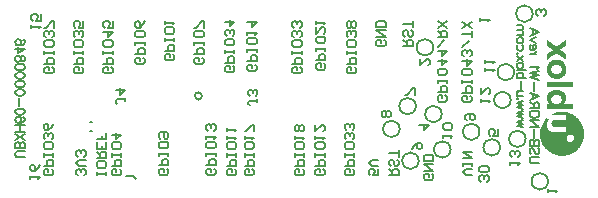
<source format=gbo>
G04*
G04 #@! TF.GenerationSoftware,Altium Limited,Altium Designer,21.6.4 (81)*
G04*
G04 Layer_Color=32896*
%FSLAX44Y44*%
%MOMM*%
G71*
G04*
G04 #@! TF.SameCoordinates,27B0D74A-EB15-4392-BC8F-D98A40C3D817*
G04*
G04*
G04 #@! TF.FilePolarity,Positive*
G04*
G01*
G75*
%ADD10C,0.1270*%
%ADD15C,0.1500*%
G36*
X680586Y288744D02*
X680682Y288680D01*
X680809Y288554D01*
X680999Y288426D01*
X681285Y288204D01*
X681666Y287918D01*
X681730Y287887D01*
X681888Y287760D01*
X682111Y287601D01*
X682460Y287347D01*
X682872Y287061D01*
X683317Y286712D01*
X683857Y286331D01*
X684428Y285918D01*
X684460D01*
X684492Y285855D01*
X684587Y285791D01*
X684714Y285696D01*
X685032Y285474D01*
X685413Y285188D01*
X685857Y284870D01*
X686333Y284521D01*
X686778Y284204D01*
X687222Y283886D01*
X687286Y283855D01*
X687413Y283759D01*
X687571Y283664D01*
X687794Y283537D01*
X687984Y283410D01*
X688175Y283283D01*
X688334Y283220D01*
X688397Y283188D01*
X688429Y283220D01*
X688524Y283283D01*
X688619Y283378D01*
X688746Y283442D01*
X688905Y283569D01*
X689127Y283727D01*
X689159Y283759D01*
X689254Y283823D01*
X689381Y283918D01*
X689572Y284045D01*
X689794Y284204D01*
X690048Y284394D01*
X690651Y284839D01*
X690683Y284870D01*
X690810Y284934D01*
X690969Y285061D01*
X691223Y285220D01*
X691508Y285410D01*
X691826Y285664D01*
X692175Y285918D01*
X692556Y286204D01*
X692588Y286236D01*
X692747Y286331D01*
X692937Y286490D01*
X693159Y286649D01*
X693445Y286871D01*
X693731Y287061D01*
X694017Y287283D01*
X694303Y287474D01*
X694334Y287506D01*
X694398Y287569D01*
X694525Y287633D01*
X694652Y287760D01*
X695001Y288014D01*
X695382Y288268D01*
X695414Y288300D01*
X695445Y288331D01*
X695636Y288458D01*
X695795Y288554D01*
X695858Y288617D01*
X695890D01*
X695922Y288522D01*
Y286331D01*
X695890Y284013D01*
X693604Y282362D01*
X693572Y282330D01*
X693445Y282235D01*
X693255Y282108D01*
X693033Y281950D01*
X692524Y281569D01*
X691985Y281156D01*
X691953Y281124D01*
X691889Y281092D01*
X691667Y280902D01*
X691413Y280711D01*
X691350Y280648D01*
X691318Y280616D01*
X691382Y280521D01*
X691445Y280457D01*
X691572Y280362D01*
X691731Y280235D01*
X691953Y280044D01*
X691985Y280013D01*
X692080Y279949D01*
X692239Y279854D01*
X692429Y279695D01*
X692652Y279536D01*
X692937Y279346D01*
X693255Y279124D01*
X693604Y278870D01*
X695954Y277187D01*
Y273599D01*
X695922Y273028D01*
Y272425D01*
X695890Y272329D01*
Y272297D01*
X695858D01*
X695826Y272329D01*
X695731Y272393D01*
X695604Y272488D01*
X695382Y272647D01*
X695096Y272837D01*
X694715Y273091D01*
X694652Y273123D01*
X694525Y273218D01*
X694271Y273409D01*
X693953Y273631D01*
X693572Y273917D01*
X693128Y274234D01*
X692620Y274583D01*
X692048Y274996D01*
X692017D01*
X691985Y275060D01*
X691794Y275187D01*
X691508Y275409D01*
X691127Y275695D01*
X690715Y275980D01*
X690270Y276298D01*
X689794Y276647D01*
X689350Y276933D01*
X689318Y276965D01*
X689191Y277060D01*
X689000Y277187D01*
X688778Y277346D01*
X688587Y277473D01*
X688397Y277600D01*
X688238Y277695D01*
X688175Y277727D01*
X688143Y277695D01*
X688111Y277663D01*
X688016Y277600D01*
X687889Y277505D01*
X687667Y277346D01*
X687381Y277124D01*
X687000Y276838D01*
X686936Y276806D01*
X686809Y276679D01*
X686555Y276520D01*
X686238Y276298D01*
X685825Y275980D01*
X685349Y275663D01*
X684809Y275282D01*
X684238Y274869D01*
X680460Y271980D01*
X680491Y274361D01*
X680523Y276742D01*
X682841Y278425D01*
X682872Y278457D01*
X682999Y278552D01*
X683190Y278679D01*
X683412Y278838D01*
X683920Y279219D01*
X684460Y279632D01*
X684492Y279664D01*
X684555Y279727D01*
X684682Y279790D01*
X684809Y279918D01*
X684936Y280013D01*
X685063Y280108D01*
X685127Y280172D01*
X685158Y280203D01*
Y280267D01*
X685095Y280299D01*
X685032Y280362D01*
X684904Y280457D01*
X684746Y280616D01*
X684523Y280775D01*
X684492Y280807D01*
X684397Y280870D01*
X684238Y280965D01*
X684047Y281124D01*
X683825Y281315D01*
X683539Y281505D01*
X683222Y281759D01*
X682872Y282013D01*
X680523Y283759D01*
X680491Y286236D01*
Y286839D01*
X680460Y287125D01*
Y288268D01*
X680491Y288395D01*
Y288649D01*
X680523Y288744D01*
Y288776D01*
X680555D01*
X680586Y288744D01*
D02*
G37*
G36*
X689604Y271885D02*
X689889D01*
X690143Y271853D01*
X690175D01*
X690238D01*
X690366Y271821D01*
X690524D01*
X690905Y271758D01*
X691350Y271631D01*
X691382D01*
X691413Y271599D01*
X691508Y271567D01*
X691636Y271535D01*
X691953Y271409D01*
X692334Y271218D01*
X692778Y270964D01*
X693255Y270678D01*
X693731Y270297D01*
X694175Y269884D01*
X694239Y269821D01*
X694366Y269662D01*
X694557Y269408D01*
X694810Y269059D01*
X695096Y268646D01*
X695382Y268106D01*
X695668Y267535D01*
X695922Y266868D01*
Y266836D01*
X695954Y266741D01*
X695985Y266551D01*
X696049Y266297D01*
X696080Y265947D01*
X696112Y265503D01*
X696144Y264932D01*
X696176Y264265D01*
Y263217D01*
X696144Y262741D01*
Y262296D01*
X696112Y261884D01*
X696049Y261502D01*
Y261471D01*
X696017Y261407D01*
X695985Y261312D01*
X695954Y261153D01*
X695890Y260994D01*
X695826Y260772D01*
X695636Y260296D01*
X695350Y259756D01*
X695033Y259185D01*
X694620Y258582D01*
X694144Y258010D01*
X694080Y257946D01*
X693890Y257788D01*
X693604Y257534D01*
X693191Y257248D01*
X692715Y256931D01*
X692112Y256613D01*
X691477Y256327D01*
X690747Y256105D01*
X690715D01*
X690588Y256073D01*
X690366Y256042D01*
X690080Y256010D01*
X689731Y255978D01*
X689286Y255946D01*
X688778Y255914D01*
X688206D01*
X688175D01*
X688143D01*
X687952D01*
X687635D01*
X687286Y255946D01*
X686873D01*
X686460Y256010D01*
X686048Y256042D01*
X685667Y256105D01*
X685635D01*
X685571Y256137D01*
X685476Y256168D01*
X685317Y256200D01*
X685158Y256264D01*
X684936Y256327D01*
X684460Y256518D01*
X683920Y256772D01*
X683349Y257089D01*
X682777Y257470D01*
X682237Y257946D01*
Y257978D01*
X682174Y258010D01*
X682015Y258200D01*
X681793Y258486D01*
X681507Y258899D01*
X681190Y259407D01*
X680872Y260010D01*
X680586Y260709D01*
X680364Y261471D01*
Y261502D01*
X680332Y261630D01*
X680301Y261852D01*
X680237Y262138D01*
X680206Y262487D01*
X680142Y262931D01*
X680110Y263407D01*
Y264519D01*
X680142Y264900D01*
X680174Y265281D01*
X680206Y265693D01*
X680269Y266106D01*
X680364Y266455D01*
Y266487D01*
X680396Y266551D01*
X680428Y266646D01*
X680460Y266805D01*
X680586Y267154D01*
X680745Y267630D01*
X680967Y268138D01*
X681253Y268678D01*
X681602Y269218D01*
X682015Y269726D01*
X682079Y269789D01*
X682237Y269948D01*
X682492Y270170D01*
X682872Y270456D01*
X683317Y270774D01*
X683857Y271091D01*
X684460Y271377D01*
X685158Y271663D01*
X685190D01*
X685254Y271694D01*
X685317Y271726D01*
X685444Y271758D01*
X685762Y271853D01*
X686174Y271885D01*
X686206D01*
X686301D01*
X686429D01*
X686651Y271917D01*
X686936D01*
X687254D01*
X687667D01*
X688143D01*
X688175D01*
X688206D01*
X688365D01*
X688619D01*
X688937D01*
X689604Y271885D01*
D02*
G37*
G36*
X702208Y249152D02*
X691318D01*
X680460D01*
Y253311D01*
X702208D01*
Y249152D01*
D02*
G37*
G36*
X688969Y246326D02*
X689445Y246294D01*
X690016Y246231D01*
X690588Y246136D01*
X691191Y246008D01*
X691794Y245850D01*
X691826D01*
X691858Y245818D01*
X692048Y245755D01*
X692334Y245627D01*
X692715Y245469D01*
X693128Y245278D01*
X693540Y244993D01*
X693985Y244707D01*
X694398Y244357D01*
X694429Y244326D01*
X694557Y244167D01*
X694747Y243976D01*
X694969Y243691D01*
X695191Y243342D01*
X695445Y242960D01*
X695668Y242548D01*
X695858Y242071D01*
X695890Y242008D01*
X695922Y241849D01*
X695985Y241563D01*
X696080Y241214D01*
X696144Y240770D01*
X696208Y240262D01*
Y238865D01*
X696176Y238643D01*
X696144Y238357D01*
X696080Y238039D01*
X696017Y237690D01*
X695922Y237341D01*
X695826Y237023D01*
Y236992D01*
X695763Y236896D01*
X695699Y236737D01*
X695573Y236515D01*
X695445Y236293D01*
X695255Y236007D01*
X695033Y235721D01*
X694779Y235404D01*
X694144Y234737D01*
X702208D01*
Y231721D01*
X702177Y231213D01*
Y231118D01*
X702145Y230896D01*
Y230673D01*
X702113Y230578D01*
Y230546D01*
X702081D01*
X701986D01*
X701891Y230515D01*
X701732D01*
X701510D01*
X701192D01*
X701161D01*
X701033D01*
X700843D01*
X700589D01*
X700272Y230483D01*
X699859D01*
X699414D01*
X698875D01*
X698843D01*
X698811D01*
X698716D01*
X698621D01*
X698303D01*
X697890D01*
X697382D01*
X696779Y230451D01*
X696144D01*
X695414Y230419D01*
X695382D01*
X695319D01*
X695223D01*
X695064D01*
X694906D01*
X694684D01*
X694144D01*
X693540D01*
X692810D01*
X692048D01*
X691223D01*
X680460D01*
Y234452D01*
X681412D01*
X681444D01*
X681476D01*
X681666D01*
X681888D01*
X682111D01*
X682142D01*
X682269Y234483D01*
X682365D01*
X682396Y234515D01*
X682365Y234547D01*
X682301Y234610D01*
X682174Y234737D01*
X682142Y234769D01*
X682047Y234896D01*
X681888Y235055D01*
X681698Y235277D01*
X681666Y235309D01*
X681539Y235436D01*
X681380Y235658D01*
X681158Y235912D01*
X680936Y236261D01*
X680714Y236642D01*
X680523Y237055D01*
X680332Y237531D01*
Y237595D01*
X680269Y237754D01*
X680237Y238039D01*
X680174Y238389D01*
X680142Y238833D01*
X680110Y239341D01*
Y239881D01*
X680174Y240452D01*
Y240548D01*
X680206Y240643D01*
X680237Y240770D01*
X680301Y241087D01*
X680396Y241532D01*
X680523Y242008D01*
X680714Y242516D01*
X680967Y243056D01*
X681253Y243532D01*
X681285Y243596D01*
X681412Y243754D01*
X681634Y243976D01*
X681920Y244262D01*
X682269Y244580D01*
X682714Y244897D01*
X683222Y245215D01*
X683793Y245532D01*
X683825Y245564D01*
X683952Y245596D01*
X684143Y245691D01*
X684397Y245786D01*
X684682Y245882D01*
X685000Y245977D01*
X685762Y246167D01*
X685825D01*
X685952Y246199D01*
X686174Y246231D01*
X686460Y246262D01*
X686841Y246294D01*
X687254Y246326D01*
X687730Y246358D01*
X688238D01*
X688270D01*
X688334D01*
X688429D01*
X688587D01*
X688746D01*
X688969Y246326D01*
D02*
G37*
G36*
X693922Y227911D02*
X694398Y227879D01*
X694938Y227847D01*
X695445Y227784D01*
X695954Y227721D01*
X695985D01*
X696080Y227689D01*
X696239Y227657D01*
X696430Y227625D01*
X696684Y227562D01*
X697001Y227498D01*
X697319Y227435D01*
X697700Y227339D01*
X698525Y227085D01*
X699414Y226800D01*
X700367Y226419D01*
X701319Y225974D01*
X701351D01*
X701446Y225911D01*
X701573Y225847D01*
X701732Y225752D01*
X701954Y225625D01*
X702208Y225466D01*
X702494Y225276D01*
X702812Y225085D01*
X703510Y224609D01*
X704272Y224069D01*
X705034Y223434D01*
X705796Y222736D01*
X705828Y222704D01*
X705891Y222640D01*
X705986Y222545D01*
X706145Y222386D01*
X706304Y222196D01*
X706495Y222006D01*
X706717Y221751D01*
X706971Y221466D01*
X707511Y220799D01*
X708050Y220037D01*
X708622Y219212D01*
X709162Y218291D01*
X709193Y218259D01*
X709225Y218164D01*
X709288Y218037D01*
X709384Y217846D01*
X709511Y217624D01*
X709638Y217338D01*
X709765Y217021D01*
X709923Y216672D01*
X710082Y216290D01*
X710273Y215878D01*
X710590Y214957D01*
X710876Y213941D01*
X711130Y212893D01*
Y212861D01*
X711162Y212735D01*
X711193Y212544D01*
X711225Y212258D01*
X711257Y211877D01*
X711320Y211401D01*
X711352Y210830D01*
X711384Y210131D01*
Y209813D01*
X711416Y209464D01*
Y209083D01*
X711448Y208607D01*
Y207782D01*
X711416Y207432D01*
Y207337D01*
X711384Y207210D01*
X711352Y207051D01*
X711320Y206861D01*
X711289Y206639D01*
X711162Y206099D01*
X711035Y205464D01*
X710876Y204765D01*
X710654Y204035D01*
X710432Y203305D01*
Y203273D01*
X710400Y203209D01*
X710368Y203114D01*
X710304Y202955D01*
X710241Y202797D01*
X710178Y202606D01*
X709955Y202098D01*
X709733Y201527D01*
X709416Y200924D01*
X709098Y200257D01*
X708717Y199590D01*
Y199558D01*
X708685Y199527D01*
X708622Y199431D01*
X708527Y199304D01*
X708304Y198987D01*
X708018Y198542D01*
X707669Y198066D01*
X707256Y197526D01*
X706780Y196987D01*
X706272Y196415D01*
Y196383D01*
X706209Y196352D01*
X706018Y196161D01*
X705732Y195875D01*
X705351Y195526D01*
X704875Y195113D01*
X704335Y194669D01*
X703732Y194193D01*
X703097Y193748D01*
X703065D01*
X703002Y193685D01*
X702907Y193621D01*
X702748Y193526D01*
X702558Y193431D01*
X702367Y193304D01*
X701827Y192986D01*
X701192Y192668D01*
X700494Y192319D01*
X699700Y191970D01*
X698875Y191653D01*
X698843D01*
X698779Y191621D01*
X698652Y191589D01*
X698493Y191525D01*
X698271Y191494D01*
X698017Y191399D01*
X697731Y191335D01*
X697446Y191271D01*
X696747Y191113D01*
X695954Y190954D01*
X695096Y190827D01*
X694207Y190732D01*
X694175D01*
X694112D01*
X693985D01*
X693794Y190700D01*
X693572D01*
X693318D01*
X693033D01*
X692715D01*
X692017Y190732D01*
X691223Y190795D01*
X690366Y190891D01*
X689476Y191017D01*
X689445D01*
X689381Y191049D01*
X689254D01*
X689064Y191113D01*
X688873Y191145D01*
X688619Y191208D01*
X688334Y191271D01*
X688016Y191367D01*
X687318Y191557D01*
X686555Y191811D01*
X685762Y192129D01*
X684936Y192478D01*
X684904D01*
X684841Y192510D01*
X684746Y192573D01*
X684587Y192668D01*
X684428Y192764D01*
X684206Y192859D01*
X683698Y193145D01*
X683127Y193494D01*
X682492Y193875D01*
X681857Y194351D01*
X681190Y194827D01*
X681158Y194859D01*
X681126Y194891D01*
X681031Y194954D01*
X680904Y195082D01*
X680586Y195336D01*
X680174Y195716D01*
X679697Y196193D01*
X679190Y196701D01*
X678650Y197272D01*
X678142Y197907D01*
Y197939D01*
X678078Y197971D01*
X678015Y198066D01*
X677919Y198193D01*
X677793Y198352D01*
X677665Y198542D01*
X677380Y199018D01*
X677030Y199558D01*
X676649Y200193D01*
X676300Y200892D01*
X675951Y201622D01*
Y201654D01*
X675919Y201717D01*
X675856Y201812D01*
X675792Y201971D01*
X675729Y202162D01*
X675633Y202384D01*
X675411Y202924D01*
X675189Y203559D01*
X674967Y204289D01*
X674744Y205051D01*
X674554Y205877D01*
Y205940D01*
X674522Y206099D01*
X674491Y206385D01*
X674427Y206797D01*
X674395Y207305D01*
X674332Y207908D01*
X674300Y208607D01*
Y210163D01*
X674332Y210671D01*
X674363Y211242D01*
X674395Y211814D01*
X674459Y212353D01*
X674554Y212830D01*
Y212861D01*
X674586Y212957D01*
X674617Y213084D01*
X674681Y213306D01*
X674744Y213528D01*
X674808Y213814D01*
X674903Y214132D01*
X674998Y214481D01*
X675253Y215275D01*
X675570Y216132D01*
X675919Y217021D01*
X676332Y217910D01*
Y217941D01*
X676395Y218005D01*
X676459Y218132D01*
X676554Y218323D01*
X676681Y218513D01*
X676808Y218767D01*
X677158Y219338D01*
X677602Y220005D01*
X678110Y220704D01*
X678681Y221434D01*
X679316Y222164D01*
X680460Y223276D01*
Y221434D01*
X681190D01*
X681221D01*
X681253D01*
X681380D01*
X681571D01*
X681761Y221402D01*
X681793D01*
X681888D01*
X681952D01*
X681983Y221371D01*
X681952Y221307D01*
X681920Y221212D01*
X681793Y221085D01*
X681761Y221053D01*
X681698Y220958D01*
X681571Y220831D01*
X681412Y220672D01*
X681380Y220640D01*
X681285Y220513D01*
X681158Y220323D01*
X680967Y220100D01*
X680777Y219815D01*
X680586Y219466D01*
X680428Y219084D01*
X680269Y218703D01*
Y218640D01*
X680237Y218513D01*
X680174Y218291D01*
X680142Y217973D01*
X680079Y217624D01*
X680047Y217180D01*
Y216703D01*
X680079Y216195D01*
Y216100D01*
X680110Y216005D01*
Y215878D01*
X680174Y215529D01*
X680237Y215052D01*
X680364Y214544D01*
X680555Y214004D01*
X680809Y213465D01*
X681126Y212925D01*
X681158Y212861D01*
X681317Y212703D01*
X681507Y212481D01*
X681793Y212195D01*
X682174Y211877D01*
X682618Y211591D01*
X683127Y211306D01*
X683698Y211084D01*
X683730D01*
X683793Y211052D01*
X683888Y211020D01*
X684079Y210988D01*
X684269Y210956D01*
X684555Y210925D01*
X684904Y210893D01*
X685285Y210861D01*
X685349D01*
X685413D01*
X685539D01*
X685667D01*
X685857D01*
X686079D01*
X686333Y210830D01*
X686651D01*
X687000D01*
X687381D01*
X687857D01*
X688365D01*
X688905Y210798D01*
X689540D01*
X690207D01*
X695954Y210766D01*
X695890Y215052D01*
X691318D01*
X691286D01*
X691159D01*
X691001D01*
X690747D01*
X690461D01*
X690143D01*
X689413D01*
X688619Y215084D01*
X687857D01*
X687476Y215116D01*
X687159D01*
X686841Y215147D01*
X686587D01*
X686524D01*
X686397Y215179D01*
X686174Y215211D01*
X685920Y215243D01*
X685349Y215370D01*
X685095Y215465D01*
X684904Y215592D01*
X684873Y215624D01*
X684809Y215655D01*
X684619Y215846D01*
X684365Y216100D01*
X684269Y216259D01*
X684174Y216418D01*
Y216449D01*
X684143Y216513D01*
X684111Y216608D01*
X684079Y216735D01*
X684016Y216926D01*
X683984Y217148D01*
X683952Y217402D01*
X683920Y217719D01*
Y218164D01*
X683952Y218481D01*
X683984Y218799D01*
X684016Y219148D01*
X684111Y219466D01*
X684238Y219783D01*
X684269Y219815D01*
X684333Y219910D01*
X684428Y220037D01*
X684587Y220228D01*
X684778Y220418D01*
X685032Y220609D01*
X685317Y220799D01*
X685667Y220989D01*
X685698D01*
X685730Y221021D01*
X685825D01*
X685952Y221053D01*
X686111Y221085D01*
X686333Y221117D01*
X686587Y221148D01*
X686905Y221180D01*
X686936D01*
X687095D01*
X687222Y221212D01*
X687381D01*
X687540D01*
X687762D01*
X688048D01*
X688334Y221243D01*
X688683D01*
X689064D01*
X689508D01*
X689985Y221275D01*
X690524D01*
X691096D01*
X695954Y221307D01*
Y225593D01*
X689826D01*
X683730D01*
X684650Y226070D01*
X684682Y226101D01*
X684809Y226165D01*
X685032Y226260D01*
X685317Y226387D01*
X685667Y226546D01*
X686079Y226705D01*
X686555Y226895D01*
X687064Y227054D01*
X687095D01*
X687127Y227085D01*
X687318Y227117D01*
X687603Y227213D01*
X687952Y227308D01*
X688365Y227435D01*
X688778Y227530D01*
X689699Y227721D01*
X689762D01*
X689921Y227752D01*
X690207Y227784D01*
X690556Y227847D01*
X691032Y227879D01*
X691540Y227911D01*
X692143Y227943D01*
X692810D01*
X692842D01*
X692906D01*
X693001D01*
X693128D01*
X693477D01*
X693922Y227911D01*
D02*
G37*
%LPC*%
G36*
X688683Y267789D02*
X688270D01*
X687825D01*
X687794D01*
X687730D01*
X687603Y267757D01*
X687413D01*
X687222Y267694D01*
X687000Y267662D01*
X686492Y267535D01*
X685920Y267344D01*
X685349Y267059D01*
X684873Y266678D01*
X684650Y266455D01*
X684460Y266201D01*
X684428Y266170D01*
X684365Y266043D01*
X684269Y265821D01*
X684143Y265567D01*
X684016Y265249D01*
X683920Y264868D01*
X683825Y264487D01*
X683793Y264042D01*
Y263852D01*
X683825Y263630D01*
X683857Y263344D01*
X683920Y262995D01*
X684016Y262645D01*
X684174Y262264D01*
X684365Y261884D01*
Y261852D01*
X684428Y261788D01*
X684555Y261598D01*
X684714Y261376D01*
X684904Y261153D01*
X684968Y261122D01*
X685095Y260994D01*
X685381Y260836D01*
X685539Y260741D01*
X685762Y260645D01*
X685794D01*
X685857Y260582D01*
X685984Y260518D01*
X686143Y260455D01*
X686460Y260328D01*
X686619Y260264D01*
X686746Y260233D01*
X686778D01*
X686809D01*
X686905Y260201D01*
X687064D01*
X687254D01*
X687508Y260169D01*
X687794D01*
X688175D01*
X688206D01*
X688334D01*
X688492D01*
X688715D01*
X689159D01*
X689381Y260201D01*
X689540D01*
X689572D01*
X689604D01*
X689794Y260264D01*
X690080Y260359D01*
X690429Y260518D01*
X690461Y260550D01*
X690588Y260582D01*
X690747Y260677D01*
X690937Y260804D01*
X691382Y261122D01*
X691604Y261312D01*
X691794Y261534D01*
X691826Y261566D01*
X691889Y261630D01*
X691953Y261788D01*
X692080Y261947D01*
X692175Y262169D01*
X692302Y262423D01*
X692398Y262709D01*
X692493Y263027D01*
Y263058D01*
X692524Y263122D01*
Y263249D01*
X692556Y263407D01*
Y263820D01*
X692524Y264360D01*
Y264487D01*
X692493Y264646D01*
X692461Y264804D01*
X692398Y265217D01*
X692271Y265630D01*
X692239Y265662D01*
X692207Y265757D01*
X692112Y265916D01*
X691985Y266106D01*
X691953Y266170D01*
X691858Y266297D01*
X691731Y266455D01*
X691572Y266646D01*
X691508Y266709D01*
X691350Y266836D01*
X691032Y267059D01*
X690620Y267281D01*
X690111Y267503D01*
X689445Y267694D01*
X688683Y267789D01*
D02*
G37*
G36*
X688619Y242071D02*
X688175D01*
X688111D01*
X687984D01*
X687762D01*
X687476Y242040D01*
X687159Y242008D01*
X686841Y241976D01*
X686524Y241913D01*
X686238Y241849D01*
X686206D01*
X686174Y241817D01*
X685984Y241754D01*
X685698Y241595D01*
X685381Y241405D01*
X685000Y241119D01*
X684619Y240738D01*
X684301Y240262D01*
X684016Y239659D01*
Y239627D01*
X683984Y239595D01*
X683952Y239500D01*
X683920Y239373D01*
X683857Y239023D01*
X683825Y238611D01*
Y238103D01*
X683857Y237531D01*
X684016Y236960D01*
X684111Y236642D01*
X684269Y236357D01*
X684301Y236325D01*
X684365Y236198D01*
X684492Y236039D01*
X684650Y235817D01*
X684873Y235595D01*
X685127Y235372D01*
X685413Y235182D01*
X685730Y234991D01*
X685762Y234960D01*
X685889Y234928D01*
X686111Y234864D01*
X686397Y234769D01*
X686778Y234706D01*
X687190Y234610D01*
X687699Y234547D01*
X688238Y234515D01*
X688270D01*
X688334D01*
X688397D01*
X688524D01*
X688873Y234547D01*
X689254Y234610D01*
X689731Y234706D01*
X690207Y234832D01*
X690651Y234991D01*
X691096Y235245D01*
X691159Y235277D01*
X691286Y235372D01*
X691477Y235563D01*
X691699Y235817D01*
X691921Y236103D01*
X692143Y236483D01*
X692366Y236896D01*
X692493Y237404D01*
Y237436D01*
X692524Y237500D01*
Y237626D01*
X692556Y237785D01*
Y238198D01*
X692524Y238706D01*
Y238738D01*
X692493Y238833D01*
Y238960D01*
X692461Y239151D01*
X692366Y239563D01*
X692207Y240040D01*
Y240071D01*
X692143Y240135D01*
X692080Y240262D01*
X692017Y240420D01*
X691731Y240770D01*
X691572Y240960D01*
X691350Y241151D01*
X691318Y241182D01*
X691255Y241246D01*
X691127Y241310D01*
X690969Y241437D01*
X690556Y241659D01*
X690080Y241849D01*
X690048D01*
X689953Y241881D01*
X689794Y241913D01*
X689604Y241976D01*
X689318Y242008D01*
X689000Y242040D01*
X688619Y242071D01*
D02*
G37*
G36*
X699763Y208702D02*
X699732D01*
X699700D01*
X699605D01*
X699478Y208671D01*
X699160Y208607D01*
X698779Y208512D01*
X698335Y208321D01*
X697890Y208036D01*
X697668Y207845D01*
X697477Y207623D01*
X697287Y207369D01*
X697096Y207083D01*
Y207051D01*
X697065Y207020D01*
X697033Y206924D01*
X696970Y206797D01*
X696874Y206480D01*
X696779Y206067D01*
X696747Y205591D01*
X696779Y205051D01*
X696842Y204765D01*
X696938Y204480D01*
X697065Y204194D01*
X697224Y203908D01*
X697255Y203845D01*
X697382Y203686D01*
X697573Y203463D01*
X697859Y203209D01*
X698208Y202955D01*
X698652Y202733D01*
X699160Y202575D01*
X699763Y202511D01*
X699795D01*
X699827D01*
X699922D01*
X700049Y202543D01*
X700367Y202575D01*
X700748Y202670D01*
X701161Y202829D01*
X701573Y203051D01*
X701986Y203400D01*
X702177Y203591D01*
X702367Y203845D01*
X702399Y203876D01*
X702462Y203972D01*
X702526Y204130D01*
X702621Y204321D01*
X702716Y204543D01*
X702812Y204797D01*
X702907Y205083D01*
X702939Y205400D01*
Y205940D01*
X702875Y206162D01*
X702843Y206448D01*
X702748Y206734D01*
X702621Y207020D01*
X702589Y207051D01*
X702558Y207146D01*
X702462Y207305D01*
X702335Y207464D01*
X702145Y207686D01*
X701954Y207877D01*
X701732Y208067D01*
X701446Y208258D01*
X701414Y208290D01*
X701319Y208321D01*
X701161Y208385D01*
X700970Y208480D01*
X700716Y208575D01*
X700430Y208639D01*
X700113Y208671D01*
X699763Y208702D01*
D02*
G37*
%LPD*%
D10*
X583750Y282500D02*
G03*
X583750Y282500I-7000J0D01*
G01*
X623000Y211000D02*
G03*
X623000Y211000I-7000J0D01*
G01*
X388010Y241300D02*
G03*
X388010Y241300I-3010J0D01*
G01*
X598500Y196000D02*
G03*
X598500Y196000I-7000J0D01*
G01*
X681000Y169000D02*
G03*
X681000Y169000I-7000J0D01*
G01*
X662000Y205000D02*
G03*
X662000Y205000I-7000J0D01*
G01*
X649400Y237900D02*
G03*
X649400Y237900I-7000J0D01*
G01*
X668000Y311000D02*
G03*
X668000Y311000I-7000J0D01*
G01*
X640300Y197800D02*
G03*
X640300Y197800I-7000J0D01*
G01*
X555400Y213400D02*
G03*
X555400Y213400I-7000J0D01*
G01*
X569100Y232700D02*
G03*
X569100Y232700I-7000J0D01*
G01*
X591000Y226000D02*
G03*
X591000Y226000I-7000J0D01*
G01*
X571500Y186500D02*
G03*
X571500Y186500I-7000J0D01*
G01*
X652250Y261500D02*
G03*
X652250Y261500I-7000J0D01*
G01*
X293300Y218950D02*
X295300D01*
X293300Y211450D02*
X295300D01*
D15*
X329600Y173900D02*
X332100Y171400D01*
X324000Y173900D02*
X329600D01*
X573001Y272666D02*
Y267334D01*
X578333Y272666D01*
X579666D01*
X580999Y271333D01*
Y268667D01*
X579666Y267334D01*
X612434Y220734D02*
X611101Y222067D01*
Y224733D01*
X612434Y226066D01*
X617766D01*
X619099Y224733D01*
Y222067D01*
X617766Y220734D01*
X616433D01*
X615100Y222067D01*
Y226066D01*
X434999Y238667D02*
Y236001D01*
Y237334D01*
X428334D01*
X427001Y236001D01*
Y234668D01*
X428334Y233335D01*
X433666Y241333D02*
X434999Y242666D01*
Y245332D01*
X433666Y246665D01*
X432333D01*
X431000Y245332D01*
Y243999D01*
Y245332D01*
X429667Y246665D01*
X428334D01*
X427001Y245332D01*
Y242666D01*
X428334Y241333D01*
X322999Y239667D02*
Y237001D01*
Y238334D01*
X316334D01*
X315001Y237001D01*
Y235668D01*
X316334Y234335D01*
X315001Y246332D02*
X322999D01*
X319000Y242333D01*
Y247665D01*
X592001Y206002D02*
Y208668D01*
Y207335D01*
X599999D01*
X598666Y206002D01*
Y212666D02*
X599999Y213999D01*
Y216665D01*
X598666Y217998D01*
X593334D01*
X592001Y216665D01*
Y213999D01*
X593334Y212666D01*
X598666D01*
X681001Y159667D02*
Y162333D01*
Y161000D01*
X688999D01*
X687666Y159667D01*
X649001Y183002D02*
Y185668D01*
Y184335D01*
X656999D01*
X655666Y183002D01*
Y189667D02*
X656999Y190999D01*
Y193665D01*
X655666Y194998D01*
X654333D01*
X653000Y193665D01*
Y192332D01*
Y193665D01*
X651667Y194998D01*
X650334D01*
X649001Y193665D01*
Y190999D01*
X650334Y189667D01*
X624001Y236002D02*
Y238668D01*
Y237335D01*
X631999D01*
X630666Y236002D01*
X624001Y247998D02*
Y242666D01*
X629333Y247998D01*
X630666D01*
X631999Y246665D01*
Y243999D01*
X630666Y242666D01*
X677666Y309334D02*
X678999Y310667D01*
Y313333D01*
X677666Y314666D01*
X676333D01*
X675000Y313333D01*
Y312000D01*
Y313333D01*
X673667Y314666D01*
X672334D01*
X671001Y313333D01*
Y310667D01*
X672334Y309334D01*
X638799Y212966D02*
Y207634D01*
X634800D01*
X636133Y210300D01*
Y211633D01*
X634800Y212966D01*
X632134D01*
X630801Y211633D01*
Y208967D01*
X632134Y207634D01*
X546666Y223334D02*
X547999Y224667D01*
Y227333D01*
X546666Y228666D01*
X545333D01*
X544000Y227333D01*
X542667Y228666D01*
X541334D01*
X540001Y227333D01*
Y224667D01*
X541334Y223334D01*
X542667D01*
X544000Y224667D01*
X545333Y223334D01*
X546666D01*
X544000Y224667D02*
Y227333D01*
X567999Y242334D02*
Y247666D01*
X566666D01*
X561334Y242334D01*
X560001D01*
X571995Y216583D02*
X579992D01*
X575993Y212584D01*
Y217916D01*
X566001Y196334D02*
X567334Y199000D01*
X570000Y201666D01*
X572666D01*
X573999Y200333D01*
Y197667D01*
X572666Y196334D01*
X571333D01*
X570000Y197667D01*
Y201666D01*
X628001Y262335D02*
Y265001D01*
Y263668D01*
X635999D01*
X634666Y262335D01*
X628001Y268999D02*
Y271665D01*
Y270332D01*
X635999D01*
X634666Y268999D01*
X237798Y189300D02*
X232085D01*
X230943Y189681D01*
X230181Y190443D01*
X229800Y191585D01*
Y192347D01*
X230181Y193490D01*
X230943Y194251D01*
X232085Y194632D01*
X237798D01*
Y196841D02*
X229800D01*
X237798D02*
Y200269D01*
X237417Y201412D01*
X237036Y201793D01*
X236275Y202173D01*
X235513D01*
X234751Y201793D01*
X234370Y201412D01*
X233990Y200269D01*
Y196841D02*
Y200269D01*
X233609Y201412D01*
X233228Y201793D01*
X232466Y202173D01*
X231324D01*
X230562Y201793D01*
X230181Y201412D01*
X229800Y200269D01*
Y196841D01*
X237798Y203964D02*
X229800Y209296D01*
X237798D02*
X229800Y203964D01*
X237798Y211086D02*
X229800D01*
X237798Y216418D02*
X229800D01*
X233990Y211086D02*
Y216418D01*
X236656Y223197D02*
X237417Y222817D01*
X237798Y221674D01*
Y220912D01*
X237417Y219770D01*
X236275Y219008D01*
X234370Y218627D01*
X232466D01*
X230943Y219008D01*
X230181Y219770D01*
X229800Y220912D01*
Y221293D01*
X230181Y222436D01*
X230943Y223197D01*
X232085Y223578D01*
X232466D01*
X233609Y223197D01*
X234370Y222436D01*
X234751Y221293D01*
Y220912D01*
X234370Y219770D01*
X233609Y219008D01*
X232466Y218627D01*
X237798Y227616D02*
X237417Y226473D01*
X236275Y225711D01*
X234370Y225330D01*
X233228D01*
X231324Y225711D01*
X230181Y226473D01*
X229800Y227616D01*
Y228377D01*
X230181Y229520D01*
X231324Y230282D01*
X233228Y230663D01*
X234370D01*
X236275Y230282D01*
X237417Y229520D01*
X237798Y228377D01*
Y227616D01*
X233228Y232453D02*
Y239308D01*
X237798Y243955D02*
X237417Y242812D01*
X236275Y242051D01*
X234370Y241670D01*
X233228D01*
X231324Y242051D01*
X230181Y242812D01*
X229800Y243955D01*
Y244717D01*
X230181Y245859D01*
X231324Y246621D01*
X233228Y247002D01*
X234370D01*
X236275Y246621D01*
X237417Y245859D01*
X237798Y244717D01*
Y243955D01*
Y251077D02*
X237417Y249935D01*
X236275Y249173D01*
X234370Y248792D01*
X233228D01*
X231324Y249173D01*
X230181Y249935D01*
X229800Y251077D01*
Y251839D01*
X230181Y252982D01*
X231324Y253743D01*
X233228Y254124D01*
X234370D01*
X236275Y253743D01*
X237417Y252982D01*
X237798Y251839D01*
Y251077D01*
Y258200D02*
X237417Y257057D01*
X236275Y256295D01*
X234370Y255914D01*
X233228D01*
X231324Y256295D01*
X230181Y257057D01*
X229800Y258200D01*
Y258961D01*
X230181Y260104D01*
X231324Y260866D01*
X233228Y261246D01*
X234370D01*
X236275Y260866D01*
X237417Y260104D01*
X237798Y258961D01*
Y258200D01*
Y265322D02*
X237417Y264179D01*
X236275Y263417D01*
X234370Y263037D01*
X233228D01*
X231324Y263417D01*
X230181Y264179D01*
X229800Y265322D01*
Y266084D01*
X230181Y267226D01*
X231324Y267988D01*
X233228Y268369D01*
X234370D01*
X236275Y267988D01*
X237417Y267226D01*
X237798Y266084D01*
Y265322D01*
Y272063D02*
X237417Y270921D01*
X236656Y270540D01*
X235894D01*
X235132Y270921D01*
X234751Y271682D01*
X234370Y273206D01*
X233990Y274349D01*
X233228Y275110D01*
X232466Y275491D01*
X231324D01*
X230562Y275110D01*
X230181Y274729D01*
X229800Y273587D01*
Y272063D01*
X230181Y270921D01*
X230562Y270540D01*
X231324Y270159D01*
X232466D01*
X233228Y270540D01*
X233990Y271301D01*
X234370Y272444D01*
X234751Y273968D01*
X235132Y274729D01*
X235894Y275110D01*
X236656D01*
X237417Y274729D01*
X237798Y273587D01*
Y272063D01*
Y281090D02*
X232466Y277281D01*
Y282994D01*
X237798Y281090D02*
X229800D01*
X236656Y288974D02*
X237417Y288593D01*
X237798Y287451D01*
Y286689D01*
X237417Y285546D01*
X236275Y284784D01*
X234370Y284403D01*
X232466D01*
X230943Y284784D01*
X230181Y285546D01*
X229800Y286689D01*
Y287070D01*
X230181Y288212D01*
X230943Y288974D01*
X232085Y289355D01*
X232466D01*
X233609Y288974D01*
X234370Y288212D01*
X234751Y287070D01*
Y286689D01*
X234370Y285546D01*
X233609Y284784D01*
X232466Y284403D01*
X629621Y168731D02*
X630954Y170064D01*
Y172730D01*
X629621Y174063D01*
X628288D01*
X626955Y172730D01*
Y171397D01*
Y172730D01*
X625622Y174063D01*
X624289D01*
X622956Y172730D01*
Y170064D01*
X624289Y168731D01*
X629621Y176729D02*
X630954Y178062D01*
Y180727D01*
X629621Y182060D01*
X624289D01*
X622956Y180727D01*
Y178062D01*
X624289Y176729D01*
X629621D01*
X242578Y171186D02*
Y173852D01*
Y172519D01*
X250576D01*
X249243Y171186D01*
X250576Y183182D02*
X249243Y180516D01*
X246577Y177850D01*
X243911D01*
X242578Y179183D01*
Y181849D01*
X243911Y183182D01*
X245244D01*
X246577Y181849D01*
Y177850D01*
X243500Y298500D02*
Y301166D01*
Y299833D01*
X251497D01*
X250165Y298500D01*
X251497Y310496D02*
Y305165D01*
X247499D01*
X248832Y307830D01*
Y309163D01*
X247499Y310496D01*
X244833D01*
X243500Y309163D01*
Y306497D01*
X244833Y305165D01*
X623500Y304500D02*
Y307166D01*
Y305833D01*
X631497D01*
X630164Y304500D01*
X615164Y241553D02*
X616497Y240220D01*
Y237554D01*
X615164Y236222D01*
X609833D01*
X608500Y237554D01*
Y240220D01*
X609833Y241553D01*
X612499D01*
Y238887D01*
X608500Y244219D02*
X616497D01*
Y248218D01*
X615164Y249551D01*
X612499D01*
X611166Y248218D01*
Y244219D01*
X616497Y252216D02*
Y254882D01*
Y253549D01*
X608500D01*
Y252216D01*
Y254882D01*
X616497Y262880D02*
Y260214D01*
X615164Y258881D01*
X609833D01*
X608500Y260214D01*
Y262880D01*
X609833Y264213D01*
X615164D01*
X616497Y262880D01*
X608500Y270877D02*
X616497D01*
X612499Y266878D01*
Y272210D01*
X615164Y274876D02*
X616497Y276209D01*
Y278874D01*
X615164Y280207D01*
X613832D01*
X612499Y278874D01*
Y277542D01*
Y278874D01*
X611166Y280207D01*
X609833D01*
X608500Y278874D01*
Y276209D01*
X609833Y274876D01*
X608500Y282873D02*
X613832Y288205D01*
X616497Y290871D02*
Y296202D01*
Y293536D01*
X608500D01*
X616497Y298868D02*
X608500Y304200D01*
X616497D02*
X608500Y298868D01*
X594165Y241832D02*
X595497Y240499D01*
Y237833D01*
X594165Y236500D01*
X588833D01*
X587500Y237833D01*
Y240499D01*
X588833Y241832D01*
X591499D01*
Y239166D01*
X587500Y244497D02*
X595497D01*
Y248496D01*
X594165Y249829D01*
X591499D01*
X590166Y248496D01*
Y244497D01*
X595497Y252495D02*
Y255161D01*
Y253828D01*
X587500D01*
Y252495D01*
Y255161D01*
X595497Y263158D02*
Y260492D01*
X594165Y259159D01*
X588833D01*
X587500Y260492D01*
Y263158D01*
X588833Y264491D01*
X594165D01*
X595497Y263158D01*
X587500Y271155D02*
X595497D01*
X591499Y267157D01*
Y272488D01*
X587500Y279153D02*
X595497D01*
X591499Y275154D01*
Y280486D01*
X587500Y283152D02*
X592832Y288483D01*
X587500Y291149D02*
X595497D01*
Y295148D01*
X594165Y296481D01*
X591499D01*
X590166Y295148D01*
Y291149D01*
Y293815D02*
X587500Y296481D01*
X595497Y299146D02*
X587500Y304478D01*
X595497D02*
X587500Y299146D01*
X558500Y283500D02*
X566497D01*
Y287499D01*
X565164Y288832D01*
X562499D01*
X561166Y287499D01*
Y283500D01*
Y286166D02*
X558500Y288832D01*
X565164Y296829D02*
X566497Y295496D01*
Y292830D01*
X565164Y291497D01*
X563832D01*
X562499Y292830D01*
Y295496D01*
X561166Y296829D01*
X559833D01*
X558500Y295496D01*
Y292830D01*
X559833Y291497D01*
X566497Y299495D02*
Y304826D01*
Y302161D01*
X558500D01*
X542164Y288832D02*
X543497Y287499D01*
Y284833D01*
X542164Y283500D01*
X536833D01*
X535500Y284833D01*
Y287499D01*
X536833Y288832D01*
X539499D01*
Y286166D01*
X535500Y291497D02*
X543497D01*
X535500Y296829D01*
X543497D01*
Y299495D02*
X535500D01*
Y303493D01*
X536833Y304826D01*
X542164D01*
X543497Y303493D01*
Y299495D01*
X517164Y265832D02*
X518497Y264499D01*
Y261833D01*
X517164Y260500D01*
X511833D01*
X510500Y261833D01*
Y264499D01*
X511833Y265832D01*
X514499D01*
Y263166D01*
X510500Y268497D02*
X518497D01*
Y272496D01*
X517164Y273829D01*
X514499D01*
X513166Y272496D01*
Y268497D01*
X518497Y276495D02*
Y279161D01*
Y277828D01*
X510500D01*
Y276495D01*
Y279161D01*
X518497Y287158D02*
Y284492D01*
X517164Y283159D01*
X511833D01*
X510500Y284492D01*
Y287158D01*
X511833Y288491D01*
X517164D01*
X518497Y287158D01*
X517164Y291157D02*
X518497Y292490D01*
Y295156D01*
X517164Y296488D01*
X515832D01*
X514499Y295156D01*
Y293823D01*
Y295156D01*
X513166Y296488D01*
X511833D01*
X510500Y295156D01*
Y292490D01*
X511833Y291157D01*
X517164Y299154D02*
X518497Y300487D01*
Y303153D01*
X517164Y304486D01*
X515832D01*
X514499Y303153D01*
X513166Y304486D01*
X511833D01*
X510500Y303153D01*
Y300487D01*
X511833Y299154D01*
X513166D01*
X514499Y300487D01*
X515832Y299154D01*
X517164D01*
X514499Y300487D02*
Y303153D01*
X491165Y268832D02*
X492497Y267499D01*
Y264833D01*
X491165Y263500D01*
X485833D01*
X484500Y264833D01*
Y267499D01*
X485833Y268832D01*
X488499D01*
Y266166D01*
X484500Y271497D02*
X492497D01*
Y275496D01*
X491165Y276829D01*
X488499D01*
X487166Y275496D01*
Y271497D01*
X492497Y279495D02*
Y282161D01*
Y280828D01*
X484500D01*
Y279495D01*
Y282161D01*
X492497Y290158D02*
Y287492D01*
X491165Y286159D01*
X485833D01*
X484500Y287492D01*
Y290158D01*
X485833Y291491D01*
X491165D01*
X492497Y290158D01*
X484500Y299488D02*
Y294157D01*
X489832Y299488D01*
X491165D01*
X492497Y298155D01*
Y295490D01*
X491165Y294157D01*
X484500Y302154D02*
Y304820D01*
Y303487D01*
X492497D01*
X491165Y302154D01*
X471165Y265832D02*
X472497Y264499D01*
Y261833D01*
X471165Y260500D01*
X465833D01*
X464500Y261833D01*
Y264499D01*
X465833Y265832D01*
X468499D01*
Y263166D01*
X464500Y268497D02*
X472497D01*
Y272496D01*
X471165Y273829D01*
X468499D01*
X467166Y272496D01*
Y268497D01*
X472497Y276495D02*
Y279161D01*
Y277828D01*
X464500D01*
Y276495D01*
Y279161D01*
X472497Y287158D02*
Y284492D01*
X471165Y283159D01*
X465833D01*
X464500Y284492D01*
Y287158D01*
X465833Y288491D01*
X471165D01*
X472497Y287158D01*
X471165Y291157D02*
X472497Y292490D01*
Y295156D01*
X471165Y296488D01*
X469832D01*
X468499Y295156D01*
Y293823D01*
Y295156D01*
X467166Y296488D01*
X465833D01*
X464500Y295156D01*
Y292490D01*
X465833Y291157D01*
X471165Y299154D02*
X472497Y300487D01*
Y303153D01*
X471165Y304486D01*
X469832D01*
X468499Y303153D01*
Y301820D01*
Y303153D01*
X467166Y304486D01*
X465833D01*
X464500Y303153D01*
Y300487D01*
X465833Y299154D01*
X433164Y267832D02*
X434497Y266499D01*
Y263833D01*
X433164Y262500D01*
X427833D01*
X426500Y263833D01*
Y266499D01*
X427833Y267832D01*
X430499D01*
Y265166D01*
X426500Y270497D02*
X434497D01*
Y274496D01*
X433164Y275829D01*
X430499D01*
X429166Y274496D01*
Y270497D01*
X434497Y278495D02*
Y281161D01*
Y279828D01*
X426500D01*
Y278495D01*
Y281161D01*
X434497Y289158D02*
Y286492D01*
X433164Y285159D01*
X427833D01*
X426500Y286492D01*
Y289158D01*
X427833Y290491D01*
X433164D01*
X434497Y289158D01*
X426500Y293157D02*
Y295823D01*
Y294490D01*
X434497D01*
X433164Y293157D01*
X426500Y303820D02*
X434497D01*
X430499Y299821D01*
Y305153D01*
X414165Y266832D02*
X415497Y265499D01*
Y262833D01*
X414165Y261500D01*
X408833D01*
X407500Y262833D01*
Y265499D01*
X408833Y266832D01*
X411499D01*
Y264166D01*
X407500Y269497D02*
X415497D01*
Y273496D01*
X414165Y274829D01*
X411499D01*
X410166Y273496D01*
Y269497D01*
X415497Y277495D02*
Y280161D01*
Y278828D01*
X407500D01*
Y277495D01*
Y280161D01*
X415497Y288158D02*
Y285492D01*
X414165Y284159D01*
X408833D01*
X407500Y285492D01*
Y288158D01*
X408833Y289491D01*
X414165D01*
X415497Y288158D01*
X414165Y292157D02*
X415497Y293490D01*
Y296155D01*
X414165Y297488D01*
X412832D01*
X411499Y296155D01*
Y294823D01*
Y296155D01*
X410166Y297488D01*
X408833D01*
X407500Y296155D01*
Y293490D01*
X408833Y292157D01*
X407500Y304153D02*
X415497D01*
X411499Y300154D01*
Y305486D01*
X363164Y276832D02*
X364497Y275499D01*
Y272833D01*
X363164Y271500D01*
X357833D01*
X356500Y272833D01*
Y275499D01*
X357833Y276832D01*
X360499D01*
Y274166D01*
X356500Y279497D02*
X364497D01*
Y283496D01*
X363164Y284829D01*
X360499D01*
X359166Y283496D01*
Y279497D01*
X364497Y287495D02*
Y290161D01*
Y288828D01*
X356500D01*
Y287495D01*
Y290161D01*
X364497Y298158D02*
Y295492D01*
X363164Y294159D01*
X357833D01*
X356500Y295492D01*
Y298158D01*
X357833Y299491D01*
X363164D01*
X364497Y298158D01*
X356500Y302157D02*
Y304823D01*
Y303490D01*
X364497D01*
X363164Y302157D01*
X388164Y273832D02*
X389497Y272499D01*
Y269833D01*
X388164Y268500D01*
X382833D01*
X381500Y269833D01*
Y272499D01*
X382833Y273832D01*
X385499D01*
Y271166D01*
X381500Y276497D02*
X389497D01*
Y280496D01*
X388164Y281829D01*
X385499D01*
X384166Y280496D01*
Y276497D01*
X389497Y284495D02*
Y287161D01*
Y285828D01*
X381500D01*
Y284495D01*
Y287161D01*
X388164Y291159D02*
X389497Y292492D01*
Y295158D01*
X388164Y296491D01*
X382833D01*
X381500Y295158D01*
Y292492D01*
X382833Y291159D01*
X388164D01*
X389497Y299157D02*
Y304488D01*
X388164D01*
X382833Y299157D01*
X381500D01*
X338164Y273832D02*
X339497Y272499D01*
Y269833D01*
X338164Y268500D01*
X332833D01*
X331500Y269833D01*
Y272499D01*
X332833Y273832D01*
X335499D01*
Y271166D01*
X331500Y276497D02*
X339497D01*
Y280496D01*
X338164Y281829D01*
X335499D01*
X334166Y280496D01*
Y276497D01*
X339497Y284495D02*
Y287161D01*
Y285828D01*
X331500D01*
Y284495D01*
Y287161D01*
X339497Y295158D02*
Y292492D01*
X338164Y291159D01*
X332833D01*
X331500Y292492D01*
Y295158D01*
X332833Y296491D01*
X338164D01*
X339497Y295158D01*
Y304488D02*
X338164Y301823D01*
X335499Y299157D01*
X332833D01*
X331500Y300490D01*
Y303155D01*
X332833Y304488D01*
X334166D01*
X335499Y303155D01*
Y299157D01*
X311164Y265832D02*
X312497Y264499D01*
Y261833D01*
X311164Y260500D01*
X305833D01*
X304500Y261833D01*
Y264499D01*
X305833Y265832D01*
X308499D01*
Y263166D01*
X304500Y268497D02*
X312497D01*
Y272496D01*
X311164Y273829D01*
X308499D01*
X307166Y272496D01*
Y268497D01*
X312497Y276495D02*
Y279161D01*
Y277828D01*
X304500D01*
Y276495D01*
Y279161D01*
X312497Y287158D02*
Y284492D01*
X311164Y283159D01*
X305833D01*
X304500Y284492D01*
Y287158D01*
X305833Y288491D01*
X311164D01*
X312497Y287158D01*
X304500Y295156D02*
X312497D01*
X308499Y291157D01*
Y296488D01*
X312497Y304486D02*
Y299154D01*
X308499D01*
X309832Y301820D01*
Y303153D01*
X308499Y304486D01*
X305833D01*
X304500Y303153D01*
Y300487D01*
X305833Y299154D01*
X286164Y265832D02*
X287497Y264499D01*
Y261833D01*
X286164Y260500D01*
X280833D01*
X279500Y261833D01*
Y264499D01*
X280833Y265832D01*
X283499D01*
Y263166D01*
X279500Y268497D02*
X287497D01*
Y272496D01*
X286164Y273829D01*
X283499D01*
X282166Y272496D01*
Y268497D01*
X287497Y276495D02*
Y279161D01*
Y277828D01*
X279500D01*
Y276495D01*
Y279161D01*
X287497Y287158D02*
Y284492D01*
X286164Y283159D01*
X280833D01*
X279500Y284492D01*
Y287158D01*
X280833Y288491D01*
X286164D01*
X287497Y287158D01*
X286164Y291157D02*
X287497Y292490D01*
Y295156D01*
X286164Y296488D01*
X284832D01*
X283499Y295156D01*
Y293823D01*
Y295156D01*
X282166Y296488D01*
X280833D01*
X279500Y295156D01*
Y292490D01*
X280833Y291157D01*
X287497Y304486D02*
Y299154D01*
X283499D01*
X284832Y301820D01*
Y303153D01*
X283499Y304486D01*
X280833D01*
X279500Y303153D01*
Y300487D01*
X280833Y299154D01*
X261164Y265832D02*
X262497Y264499D01*
Y261833D01*
X261164Y260500D01*
X255833D01*
X254500Y261833D01*
Y264499D01*
X255833Y265832D01*
X258499D01*
Y263166D01*
X254500Y268497D02*
X262497D01*
Y272496D01*
X261164Y273829D01*
X258499D01*
X257166Y272496D01*
Y268497D01*
X262497Y276495D02*
Y279161D01*
Y277828D01*
X254500D01*
Y276495D01*
Y279161D01*
X262497Y287158D02*
Y284492D01*
X261164Y283159D01*
X255833D01*
X254500Y284492D01*
Y287158D01*
X255833Y288491D01*
X261164D01*
X262497Y287158D01*
X261164Y291157D02*
X262497Y292490D01*
Y295156D01*
X261164Y296488D01*
X259832D01*
X258499Y295156D01*
Y293823D01*
Y295156D01*
X257166Y296488D01*
X255833D01*
X254500Y295156D01*
Y292490D01*
X255833Y291157D01*
X262497Y299154D02*
Y304486D01*
X261164D01*
X255833Y299154D01*
X254500D01*
X260665Y179332D02*
X261997Y177999D01*
Y175333D01*
X260665Y174000D01*
X255333D01*
X254000Y175333D01*
Y177999D01*
X255333Y179332D01*
X257999D01*
Y176666D01*
X254000Y181997D02*
X261997D01*
Y185996D01*
X260665Y187329D01*
X257999D01*
X256666Y185996D01*
Y181997D01*
X261997Y189995D02*
Y192661D01*
Y191328D01*
X254000D01*
Y189995D01*
Y192661D01*
X261997Y200658D02*
Y197992D01*
X260665Y196659D01*
X255333D01*
X254000Y197992D01*
Y200658D01*
X255333Y201991D01*
X260665D01*
X261997Y200658D01*
X260665Y204657D02*
X261997Y205990D01*
Y208655D01*
X260665Y209988D01*
X259332D01*
X257999Y208655D01*
Y207323D01*
Y208655D01*
X256666Y209988D01*
X255333D01*
X254000Y208655D01*
Y205990D01*
X255333Y204657D01*
X261997Y217986D02*
X260665Y215320D01*
X257999Y212654D01*
X255333D01*
X254000Y213987D01*
Y216653D01*
X255333Y217986D01*
X256666D01*
X257999Y216653D01*
Y212654D01*
X288165Y174000D02*
X289497Y175333D01*
Y177999D01*
X288165Y179332D01*
X286832D01*
X285499Y177999D01*
Y176666D01*
Y177999D01*
X284166Y179332D01*
X282833D01*
X281500Y177999D01*
Y175333D01*
X282833Y174000D01*
X289497Y181997D02*
X284166D01*
X281500Y184663D01*
X284166Y187329D01*
X289497D01*
X288165Y189995D02*
X289497Y191328D01*
Y193993D01*
X288165Y195326D01*
X286832D01*
X285499Y193993D01*
Y192661D01*
Y193993D01*
X284166Y195326D01*
X282833D01*
X281500Y193993D01*
Y191328D01*
X282833Y189995D01*
X306997Y174000D02*
Y176666D01*
Y175333D01*
X299000D01*
Y174000D01*
Y176666D01*
X306997Y184663D02*
Y181997D01*
X305665Y180665D01*
X300333D01*
X299000Y181997D01*
Y184663D01*
X300333Y185996D01*
X305665D01*
X306997Y184663D01*
X299000Y188662D02*
X306997D01*
Y192661D01*
X305665Y193993D01*
X302999D01*
X301666Y192661D01*
Y188662D01*
Y191328D02*
X299000Y193993D01*
X306997Y201991D02*
Y196659D01*
X299000D01*
Y201991D01*
X302999Y196659D02*
Y199325D01*
X306997Y209988D02*
Y204657D01*
X302999D01*
Y207323D01*
Y204657D01*
X299000D01*
X318165Y179332D02*
X319497Y177999D01*
Y175333D01*
X318165Y174000D01*
X312833D01*
X311500Y175333D01*
Y177999D01*
X312833Y179332D01*
X315499D01*
Y176666D01*
X311500Y181997D02*
X319497D01*
Y185996D01*
X318165Y187329D01*
X315499D01*
X314166Y185996D01*
Y181997D01*
X319497Y189995D02*
Y192661D01*
Y191328D01*
X311500D01*
Y189995D01*
Y192661D01*
X319497Y200658D02*
Y197992D01*
X318165Y196659D01*
X312833D01*
X311500Y197992D01*
Y200658D01*
X312833Y201991D01*
X318165D01*
X319497Y200658D01*
X311500Y208655D02*
X319497D01*
X315499Y204657D01*
Y209988D01*
X398164Y179832D02*
X399497Y178499D01*
Y175833D01*
X398164Y174500D01*
X392833D01*
X391500Y175833D01*
Y178499D01*
X392833Y179832D01*
X395499D01*
Y177166D01*
X391500Y182497D02*
X399497D01*
Y186496D01*
X398164Y187829D01*
X395499D01*
X394166Y186496D01*
Y182497D01*
X399497Y190495D02*
Y193161D01*
Y191828D01*
X391500D01*
Y190495D01*
Y193161D01*
X399497Y201158D02*
Y198492D01*
X398164Y197159D01*
X392833D01*
X391500Y198492D01*
Y201158D01*
X392833Y202491D01*
X398164D01*
X399497Y201158D01*
X391500Y205157D02*
Y207823D01*
Y206490D01*
X399497D01*
X398164Y205157D01*
Y211821D02*
X399497Y213154D01*
Y215820D01*
X398164Y217153D01*
X396832D01*
X395499Y215820D01*
Y214487D01*
Y215820D01*
X394166Y217153D01*
X392833D01*
X391500Y215820D01*
Y213154D01*
X392833Y211821D01*
X358164Y179832D02*
X359497Y178499D01*
Y175833D01*
X358164Y174500D01*
X352833D01*
X351500Y175833D01*
Y178499D01*
X352833Y179832D01*
X355499D01*
Y177166D01*
X351500Y182497D02*
X359497D01*
Y186496D01*
X358164Y187829D01*
X355499D01*
X354166Y186496D01*
Y182497D01*
X359497Y190495D02*
Y193161D01*
Y191828D01*
X351500D01*
Y190495D01*
Y193161D01*
X359497Y201158D02*
Y198492D01*
X358164Y197159D01*
X352833D01*
X351500Y198492D01*
Y201158D01*
X352833Y202491D01*
X358164D01*
X359497Y201158D01*
X352833Y205157D02*
X351500Y206490D01*
Y209156D01*
X352833Y210488D01*
X358164D01*
X359497Y209156D01*
Y206490D01*
X358164Y205157D01*
X356832D01*
X355499Y206490D01*
Y210488D01*
X415664Y179332D02*
X416997Y177999D01*
Y175333D01*
X415664Y174000D01*
X410333D01*
X409000Y175333D01*
Y177999D01*
X410333Y179332D01*
X412999D01*
Y176666D01*
X409000Y181997D02*
X416997D01*
Y185996D01*
X415664Y187329D01*
X412999D01*
X411666Y185996D01*
Y181997D01*
X416997Y189995D02*
Y192661D01*
Y191328D01*
X409000D01*
Y189995D01*
Y192661D01*
X416997Y200658D02*
Y197992D01*
X415664Y196659D01*
X410333D01*
X409000Y197992D01*
Y200658D01*
X410333Y201991D01*
X415664D01*
X416997Y200658D01*
X409000Y204657D02*
Y207323D01*
Y205990D01*
X416997D01*
X415664Y204657D01*
X409000Y211321D02*
Y213987D01*
Y212654D01*
X416997D01*
X415664Y211321D01*
X430664Y179332D02*
X431997Y177999D01*
Y175333D01*
X430664Y174000D01*
X425333D01*
X424000Y175333D01*
Y177999D01*
X425333Y179332D01*
X427999D01*
Y176666D01*
X424000Y181997D02*
X431997D01*
Y185996D01*
X430664Y187329D01*
X427999D01*
X426666Y185996D01*
Y181997D01*
X431997Y189995D02*
Y192661D01*
Y191328D01*
X424000D01*
Y189995D01*
Y192661D01*
X431997Y200658D02*
Y197992D01*
X430664Y196659D01*
X425333D01*
X424000Y197992D01*
Y200658D01*
X425333Y201991D01*
X430664D01*
X431997Y200658D01*
X424000Y204657D02*
Y207323D01*
Y205990D01*
X431997D01*
X430664Y204657D01*
X431997Y211321D02*
Y216653D01*
X430664D01*
X425333Y211321D01*
X424000D01*
X473164Y179332D02*
X474497Y177999D01*
Y175333D01*
X473164Y174000D01*
X467833D01*
X466500Y175333D01*
Y177999D01*
X467833Y179332D01*
X470499D01*
Y176666D01*
X466500Y181997D02*
X474497D01*
Y185996D01*
X473164Y187329D01*
X470499D01*
X469166Y185996D01*
Y181997D01*
X474497Y189995D02*
Y192661D01*
Y191328D01*
X466500D01*
Y189995D01*
Y192661D01*
X474497Y200658D02*
Y197992D01*
X473164Y196659D01*
X467833D01*
X466500Y197992D01*
Y200658D01*
X467833Y201991D01*
X473164D01*
X474497Y200658D01*
X466500Y204657D02*
Y207323D01*
Y205990D01*
X474497D01*
X473164Y204657D01*
Y211321D02*
X474497Y212654D01*
Y215320D01*
X473164Y216653D01*
X471832D01*
X470499Y215320D01*
X469166Y216653D01*
X467833D01*
X466500Y215320D01*
Y212654D01*
X467833Y211321D01*
X469166D01*
X470499Y212654D01*
X471832Y211321D01*
X473164D01*
X470499Y212654D02*
Y215320D01*
X490664Y179332D02*
X491997Y177999D01*
Y175333D01*
X490664Y174000D01*
X485333D01*
X484000Y175333D01*
Y177999D01*
X485333Y179332D01*
X487999D01*
Y176666D01*
X484000Y181997D02*
X491997D01*
Y185996D01*
X490664Y187329D01*
X487999D01*
X486666Y185996D01*
Y181997D01*
X491997Y189995D02*
Y192661D01*
Y191328D01*
X484000D01*
Y189995D01*
Y192661D01*
X491997Y200658D02*
Y197992D01*
X490664Y196659D01*
X485333D01*
X484000Y197992D01*
Y200658D01*
X485333Y201991D01*
X490664D01*
X491997Y200658D01*
X484000Y204657D02*
Y207323D01*
Y205990D01*
X491997D01*
X490664Y204657D01*
X484000Y216653D02*
Y211321D01*
X489332Y216653D01*
X490664D01*
X491997Y215320D01*
Y212654D01*
X490664Y211321D01*
X515664Y179332D02*
X516997Y177999D01*
Y175333D01*
X515664Y174000D01*
X510333D01*
X509000Y175333D01*
Y177999D01*
X510333Y179332D01*
X512999D01*
Y176666D01*
X509000Y181997D02*
X516997D01*
Y185996D01*
X515664Y187329D01*
X512999D01*
X511666Y185996D01*
Y181997D01*
X516997Y189995D02*
Y192661D01*
Y191328D01*
X509000D01*
Y189995D01*
Y192661D01*
X516997Y200658D02*
Y197992D01*
X515664Y196659D01*
X510333D01*
X509000Y197992D01*
Y200658D01*
X510333Y201991D01*
X515664D01*
X516997Y200658D01*
X515664Y204657D02*
X516997Y205990D01*
Y208655D01*
X515664Y209988D01*
X514332D01*
X512999Y208655D01*
Y207323D01*
Y208655D01*
X511666Y209988D01*
X510333D01*
X509000Y208655D01*
Y205990D01*
X510333Y204657D01*
X515664Y212654D02*
X516997Y213987D01*
Y216653D01*
X515664Y217986D01*
X514332D01*
X512999Y216653D01*
Y215320D01*
Y216653D01*
X511666Y217986D01*
X510333D01*
X509000Y216653D01*
Y213987D01*
X510333Y212654D01*
X536997Y179332D02*
Y174000D01*
X532999D01*
X534332Y176666D01*
Y177999D01*
X532999Y179332D01*
X530333D01*
X529000Y177999D01*
Y175333D01*
X530333Y174000D01*
X536997Y181997D02*
X531666D01*
X529000Y184663D01*
X531666Y187329D01*
X536997D01*
X546500Y174000D02*
X554497D01*
Y177999D01*
X553164Y179332D01*
X550499D01*
X549166Y177999D01*
Y174000D01*
Y176666D02*
X546500Y179332D01*
X553164Y187329D02*
X554497Y185996D01*
Y183330D01*
X553164Y181997D01*
X551832D01*
X550499Y183330D01*
Y185996D01*
X549166Y187329D01*
X547833D01*
X546500Y185996D01*
Y183330D01*
X547833Y181997D01*
X554497Y189995D02*
Y195326D01*
Y192661D01*
X546500D01*
X582565Y175432D02*
X583897Y174099D01*
Y171433D01*
X582565Y170100D01*
X577233D01*
X575900Y171433D01*
Y174099D01*
X577233Y175432D01*
X579899D01*
Y172766D01*
X575900Y178097D02*
X583897D01*
X575900Y183429D01*
X583897D01*
Y186095D02*
X575900D01*
Y190093D01*
X577233Y191426D01*
X582565D01*
X583897Y190093D01*
Y186095D01*
X616997Y174000D02*
X611666D01*
X609000Y176666D01*
X611666Y179332D01*
X616997D01*
Y181997D02*
Y184663D01*
Y183330D01*
X609000D01*
Y181997D01*
Y184663D01*
Y188662D02*
X616997D01*
X609000Y193993D01*
X616997D01*
X673298Y184300D02*
X667585D01*
X666443Y184681D01*
X665681Y185443D01*
X665300Y186585D01*
Y187347D01*
X665681Y188489D01*
X666443Y189251D01*
X667585Y189632D01*
X673298D01*
X672156Y197173D02*
X672917Y196412D01*
X673298Y195269D01*
Y193746D01*
X672917Y192603D01*
X672156Y191841D01*
X671394D01*
X670632Y192222D01*
X670251Y192603D01*
X669870Y193365D01*
X669109Y195650D01*
X668728Y196412D01*
X668347Y196793D01*
X667585Y197173D01*
X666443D01*
X665681Y196412D01*
X665300Y195269D01*
Y193746D01*
X665681Y192603D01*
X666443Y191841D01*
X673298Y198964D02*
X665300D01*
X673298D02*
Y202391D01*
X672917Y203534D01*
X672537Y203915D01*
X671775Y204296D01*
X671013D01*
X670251Y203915D01*
X669870Y203534D01*
X669490Y202391D01*
Y198964D02*
Y202391D01*
X669109Y203534D01*
X668728Y203915D01*
X667966Y204296D01*
X666824D01*
X666062Y203915D01*
X665681Y203534D01*
X665300Y202391D01*
Y198964D01*
X668728Y206086D02*
Y212941D01*
X673298Y215303D02*
X665300D01*
X673298D02*
X665300Y220635D01*
X673298D02*
X665300D01*
X673298Y225129D02*
X672917Y224368D01*
X672156Y223606D01*
X671394Y223225D01*
X670251Y222844D01*
X668347D01*
X667204Y223225D01*
X666443Y223606D01*
X665681Y224368D01*
X665300Y225129D01*
Y226653D01*
X665681Y227415D01*
X666443Y228176D01*
X667204Y228557D01*
X668347Y228938D01*
X670251D01*
X671394Y228557D01*
X672156Y228176D01*
X672917Y227415D01*
X673298Y226653D01*
Y225129D01*
Y230804D02*
X665300D01*
X673298D02*
Y234232D01*
X672917Y235375D01*
X672537Y235756D01*
X671775Y236136D01*
X671013D01*
X670251Y235756D01*
X669870Y235375D01*
X669490Y234232D01*
Y230804D01*
Y233470D02*
X665300Y236136D01*
Y244021D02*
X673298Y240974D01*
X665300Y237927D01*
X667966Y239069D02*
Y242878D01*
X668728Y245887D02*
Y252743D01*
X673298Y255104D02*
X665300Y257008D01*
X673298Y258913D02*
X665300Y257008D01*
X673298Y258913D02*
X665300Y260817D01*
X673298Y262721D02*
X665300Y260817D01*
X671775Y264321D02*
X672156Y265083D01*
X673298Y266225D01*
X665300D01*
X670632Y276471D02*
X665300D01*
X668347D02*
X669490Y276852D01*
X670251Y277613D01*
X670632Y278375D01*
Y279518D01*
X668347Y280241D02*
Y284812D01*
X669109D01*
X669870Y284431D01*
X670251Y284050D01*
X670632Y283288D01*
Y282146D01*
X670251Y281384D01*
X669490Y280622D01*
X668347Y280241D01*
X667585D01*
X666443Y280622D01*
X665681Y281384D01*
X665300Y282146D01*
Y283288D01*
X665681Y284050D01*
X666443Y284812D01*
X670632Y286526D02*
X665300Y288811D01*
X670632Y291096D02*
X665300Y288811D01*
Y298485D02*
X673298Y295438D01*
X665300Y292391D01*
X667966Y293534D02*
Y297342D01*
X660032Y214700D02*
X654700Y216224D01*
X660032Y217747D02*
X654700Y216224D01*
X660032Y217747D02*
X654700Y219270D01*
X660032Y220794D02*
X654700Y219270D01*
X660032Y222660D02*
X654700Y224184D01*
X660032Y225707D02*
X654700Y224184D01*
X660032Y225707D02*
X654700Y227231D01*
X660032Y228754D02*
X654700Y227231D01*
X660032Y230620D02*
X654700Y232144D01*
X660032Y233667D02*
X654700Y232144D01*
X660032Y233667D02*
X654700Y235191D01*
X660032Y236714D02*
X654700Y235191D01*
X655462Y238962D02*
X655081Y238581D01*
X654700Y238962D01*
X655081Y239342D01*
X655462Y238962D01*
X660032Y241094D02*
X656224D01*
X655081Y241475D01*
X654700Y242237D01*
Y243380D01*
X655081Y244141D01*
X656224Y245284D01*
X660032D02*
X654700D01*
X658128Y247379D02*
Y254234D01*
X662698Y256596D02*
X654700D01*
X658889D02*
X659651Y257358D01*
X660032Y258119D01*
Y259262D01*
X659651Y260024D01*
X658889Y260785D01*
X657747Y261166D01*
X656985D01*
X655843Y260785D01*
X655081Y260024D01*
X654700Y259262D01*
Y258119D01*
X655081Y257358D01*
X655843Y256596D01*
X662698Y262880D02*
X654700D01*
X660032Y266460D02*
X659651Y265699D01*
X658889Y264937D01*
X657747Y264556D01*
X656985D01*
X655843Y264937D01*
X655081Y265699D01*
X654700Y266460D01*
Y267603D01*
X655081Y268365D01*
X655843Y269126D01*
X656985Y269507D01*
X657747D01*
X658889Y269126D01*
X659651Y268365D01*
X660032Y267603D01*
Y266460D01*
Y271259D02*
X654700Y275449D01*
X660032D02*
X654700Y271259D01*
X655462Y277506D02*
X655081Y277125D01*
X654700Y277506D01*
X655081Y277887D01*
X655462Y277506D01*
X658889Y284209D02*
X659651Y283447D01*
X660032Y282686D01*
Y281543D01*
X659651Y280781D01*
X658889Y280019D01*
X657747Y279639D01*
X656985D01*
X655843Y280019D01*
X655081Y280781D01*
X654700Y281543D01*
Y282686D01*
X655081Y283447D01*
X655843Y284209D01*
X660032Y287827D02*
X659651Y287066D01*
X658889Y286304D01*
X657747Y285923D01*
X656985D01*
X655843Y286304D01*
X655081Y287066D01*
X654700Y287827D01*
Y288970D01*
X655081Y289732D01*
X655843Y290493D01*
X656985Y290874D01*
X657747D01*
X658889Y290493D01*
X659651Y289732D01*
X660032Y288970D01*
Y287827D01*
Y292626D02*
X654700D01*
X658509D02*
X659651Y293769D01*
X660032Y294531D01*
Y295673D01*
X659651Y296435D01*
X658509Y296816D01*
X654700D01*
X658509D02*
X659651Y297958D01*
X660032Y298720D01*
Y299863D01*
X659651Y300625D01*
X658509Y301005D01*
X654700D01*
M02*

</source>
